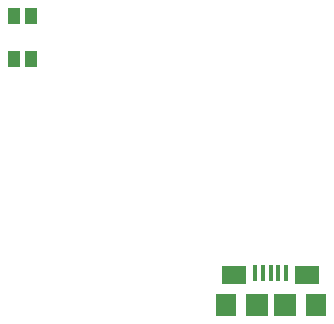
<source format=gbp>
G04 #@! TF.GenerationSoftware,KiCad,Pcbnew,(5.1.10)-1*
G04 #@! TF.CreationDate,2022-01-26T20:28:20-05:00*
G04 #@! TF.ProjectId,FestivalNecklace,46657374-6976-4616-9c4e-65636b6c6163,rev?*
G04 #@! TF.SameCoordinates,Original*
G04 #@! TF.FileFunction,Paste,Bot*
G04 #@! TF.FilePolarity,Positive*
%FSLAX46Y46*%
G04 Gerber Fmt 4.6, Leading zero omitted, Abs format (unit mm)*
G04 Created by KiCad (PCBNEW (5.1.10)-1) date 2022-01-26 20:28:20*
%MOMM*%
%LPD*%
G01*
G04 APERTURE LIST*
%ADD10R,1.050000X1.400000*%
%ADD11R,0.400000X1.350000*%
%ADD12R,2.100000X1.600000*%
%ADD13R,1.900000X1.900000*%
%ADD14R,1.800000X1.900000*%
G04 APERTURE END LIST*
D10*
X78275000Y-101800000D03*
X79725000Y-101800000D03*
X79725000Y-98200000D03*
X78275000Y-98200000D03*
D11*
X100000000Y-120000000D03*
X100650000Y-120000000D03*
X99350000Y-120000000D03*
X101300000Y-120000000D03*
X98700000Y-120000000D03*
D12*
X103100000Y-120125000D03*
X96900000Y-120125000D03*
D13*
X101200000Y-122675000D03*
X98800000Y-122675000D03*
D14*
X103800000Y-122675000D03*
X96200000Y-122675000D03*
M02*

</source>
